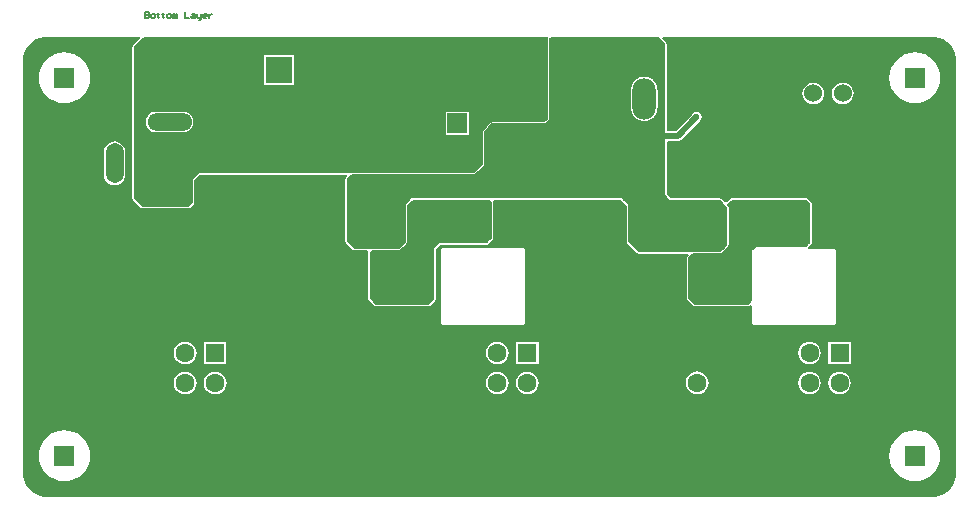
<source format=gbl>
G04*
G04 #@! TF.GenerationSoftware,Altium Limited,Altium Designer,20.0.2 (26)*
G04*
G04 Layer_Physical_Order=2*
G04 Layer_Color=16711680*
%FSLAX24Y24*%
%MOIN*%
G70*
G01*
G75*
%ADD54C,0.0050*%
%ADD55C,0.0200*%
%ADD56R,0.0700X0.0700*%
%ADD57C,0.0630*%
%ADD58R,0.0669X0.0669*%
%ADD59C,0.0669*%
%ADD60C,0.0600*%
%ADD61O,0.1496X0.0591*%
%ADD62O,0.0591X0.1339*%
%ADD63O,0.0787X0.1378*%
%ADD64R,0.0906X0.0906*%
%ADD65C,0.0906*%
%ADD66R,0.0630X0.0630*%
%ADD67C,0.0220*%
G36*
X30739Y15514D02*
X30881Y15455D01*
X31009Y15370D01*
X31118Y15261D01*
X31203Y15133D01*
X31262Y14991D01*
X31292Y14841D01*
X31292Y14764D01*
Y984D01*
X31292Y907D01*
X31262Y757D01*
X31203Y615D01*
X31118Y487D01*
X31009Y378D01*
X30881Y293D01*
X30739Y234D01*
X30589Y204D01*
X907D01*
X757Y234D01*
X615Y293D01*
X487Y378D01*
X378Y487D01*
X293Y615D01*
X234Y757D01*
X204Y907D01*
Y984D01*
Y14764D01*
Y14841D01*
X234Y14991D01*
X293Y15133D01*
X378Y15261D01*
X487Y15370D01*
X615Y15455D01*
X757Y15514D01*
X907Y15544D01*
X4086D01*
X4105Y15498D01*
X3869Y15261D01*
X3850Y15233D01*
X3843Y15200D01*
X3843Y14351D01*
Y14311D01*
Y14031D01*
Y13591D01*
X3843Y12671D01*
Y12631D01*
Y12351D01*
Y11911D01*
X3843Y10991D01*
Y10911D01*
Y10631D01*
Y10169D01*
X3850Y10136D01*
X3869Y10107D01*
X4129Y9847D01*
X4157Y9829D01*
X4190Y9822D01*
X5700Y9822D01*
X5733Y9829D01*
X5761Y9847D01*
X5881Y9967D01*
X5900Y9996D01*
X5907Y10029D01*
Y10391D01*
X5907Y10754D01*
X6096Y10943D01*
X6921Y10943D01*
X10985D01*
X11005Y10897D01*
X10969Y10861D01*
X10950Y10833D01*
X10943Y10800D01*
Y10671D01*
Y10311D01*
X10943Y9751D01*
Y9631D01*
Y9271D01*
X10943Y8730D01*
X10948Y8709D01*
X10950Y8697D01*
X10969Y8669D01*
X11189Y8449D01*
X11217Y8430D01*
X11250Y8423D01*
X11673D01*
X11700Y8373D01*
X11700Y8373D01*
X11693Y8340D01*
Y6830D01*
X11700Y6797D01*
X11719Y6769D01*
X11909Y6579D01*
X11937Y6560D01*
X11970Y6553D01*
X13690Y6553D01*
X13723Y6560D01*
X13751Y6579D01*
X13921Y6749D01*
X13940Y6777D01*
X13947Y6810D01*
X13947Y6951D01*
X13947Y7271D01*
X13947Y7551D01*
X13947Y7831D01*
X13947Y8111D01*
X13947Y8464D01*
X14086Y8603D01*
X15630Y8603D01*
X15663Y8610D01*
X15691Y8629D01*
X15841Y8779D01*
X15860Y8807D01*
X15867Y8840D01*
X15867Y9071D01*
X15867Y9471D01*
X15867Y9871D01*
Y10030D01*
X15862Y10053D01*
X15880Y10088D01*
X15893Y10103D01*
X16350D01*
X20124Y10103D01*
X20313Y9914D01*
Y9671D01*
X20313Y9311D01*
Y9111D01*
X20313Y8730D01*
X20320Y8697D01*
X20339Y8669D01*
X20669Y8339D01*
X20697Y8320D01*
X20730Y8313D01*
X22370Y8313D01*
X22390Y8267D01*
X22344Y8221D01*
X22325Y8193D01*
X22318Y8160D01*
Y6830D01*
X22325Y6797D01*
X22344Y6769D01*
X22534Y6579D01*
X22562Y6560D01*
X22595Y6553D01*
X24350Y6553D01*
X24383Y6560D01*
X24411Y6579D01*
X24434Y6601D01*
X24480Y6582D01*
Y5995D01*
X24550Y5925D01*
X27210D01*
X27280Y5995D01*
Y8425D01*
X27230Y8475D01*
X26376D01*
X26362Y8499D01*
X26358Y8525D01*
X26466Y8634D01*
X26485Y8662D01*
X26492Y8695D01*
X26492Y8831D01*
X26492Y9111D01*
X26492Y9351D01*
X26492Y9591D01*
X26492Y9831D01*
Y9955D01*
X26485Y9988D01*
X26466Y10016D01*
X26351Y10131D01*
X26323Y10150D01*
X26290Y10157D01*
X23830Y10157D01*
X23797Y10150D01*
X23769Y10131D01*
X23660Y10023D01*
X23600Y10023D01*
X23547Y10058D01*
X23544Y10059D01*
X23471Y10131D01*
X23443Y10150D01*
X23410Y10157D01*
X21776Y10157D01*
X21647Y10286D01*
Y10511D01*
X21647Y10791D01*
Y11031D01*
X21647Y11311D01*
Y11551D01*
X21647Y12018D01*
X21678Y12068D01*
X22011D01*
X22074Y12081D01*
X22127Y12116D01*
X22749Y12739D01*
X22763Y12747D01*
X22800Y12804D01*
X22813Y12870D01*
X22800Y12936D01*
X22763Y12993D01*
X22706Y13030D01*
X22640Y13043D01*
X22574Y13030D01*
X22517Y12993D01*
X22480Y12936D01*
X22478Y12929D01*
X21944Y12394D01*
X21678D01*
X21647Y12431D01*
Y12551D01*
X21647Y12880D01*
X21647Y13111D01*
X21647Y13391D01*
X21647Y13711D01*
X21647Y14031D01*
X21647Y14351D01*
X21647Y14671D01*
X21647Y14991D01*
X21647Y15310D01*
X21640Y15343D01*
X21621Y15371D01*
X21495Y15498D01*
X21514Y15544D01*
X30589D01*
X30739Y15514D01*
D02*
G37*
%LPC*%
G36*
X29921Y15025D02*
X29755Y15008D01*
X29595Y14960D01*
X29448Y14881D01*
X29319Y14775D01*
X29213Y14646D01*
X29135Y14499D01*
X29086Y14339D01*
X29070Y14173D01*
X29086Y14007D01*
X29135Y13847D01*
X29213Y13700D01*
X29319Y13571D01*
X29448Y13465D01*
X29595Y13387D01*
X29755Y13338D01*
X29921Y13322D01*
X30087Y13338D01*
X30247Y13387D01*
X30394Y13465D01*
X30523Y13571D01*
X30629Y13700D01*
X30708Y13847D01*
X30756Y14007D01*
X30773Y14173D01*
X30756Y14339D01*
X30708Y14499D01*
X30629Y14646D01*
X30523Y14775D01*
X30394Y14881D01*
X30247Y14960D01*
X30087Y15008D01*
X29921Y15025D01*
D02*
G37*
G36*
X1575D02*
X1409Y15008D01*
X1249Y14960D01*
X1102Y14881D01*
X973Y14775D01*
X867Y14646D01*
X788Y14499D01*
X740Y14339D01*
X723Y14173D01*
X740Y14007D01*
X788Y13847D01*
X867Y13700D01*
X973Y13571D01*
X1102Y13465D01*
X1249Y13387D01*
X1409Y13338D01*
X1575Y13322D01*
X1741Y13338D01*
X1901Y13387D01*
X2048Y13465D01*
X2177Y13571D01*
X2283Y13700D01*
X2361Y13847D01*
X2410Y14007D01*
X2426Y14173D01*
X2410Y14339D01*
X2361Y14499D01*
X2283Y14646D01*
X2177Y14775D01*
X2048Y14881D01*
X1901Y14960D01*
X1741Y15008D01*
X1575Y15025D01*
D02*
G37*
G36*
X27520Y14013D02*
X27426Y14001D01*
X27338Y13964D01*
X27263Y13907D01*
X27206Y13832D01*
X27169Y13744D01*
X27157Y13650D01*
X27169Y13556D01*
X27206Y13468D01*
X27263Y13393D01*
X27338Y13336D01*
X27426Y13299D01*
X27520Y13287D01*
X27614Y13299D01*
X27702Y13336D01*
X27777Y13393D01*
X27834Y13468D01*
X27871Y13556D01*
X27883Y13650D01*
X27871Y13744D01*
X27834Y13832D01*
X27777Y13907D01*
X27702Y13964D01*
X27614Y14001D01*
X27520Y14013D01*
D02*
G37*
G36*
X26536D02*
X26442Y14001D01*
X26354Y13964D01*
X26279Y13907D01*
X26221Y13832D01*
X26185Y13744D01*
X26173Y13650D01*
X26185Y13556D01*
X26221Y13468D01*
X26279Y13393D01*
X26354Y13336D01*
X26442Y13299D01*
X26536Y13287D01*
X26630Y13299D01*
X26717Y13336D01*
X26793Y13393D01*
X26850Y13468D01*
X26886Y13556D01*
X26899Y13650D01*
X26886Y13744D01*
X26850Y13832D01*
X26793Y13907D01*
X26717Y13964D01*
X26630Y14001D01*
X26536Y14013D01*
D02*
G37*
G36*
X3249Y12054D02*
X3157Y12042D01*
X3070Y12006D01*
X2996Y11949D01*
X2939Y11875D01*
X2903Y11789D01*
X2891Y11696D01*
Y10948D01*
X2903Y10855D01*
X2939Y10769D01*
X2996Y10695D01*
X3070Y10638D01*
X3157Y10602D01*
X3249Y10590D01*
X3342Y10602D01*
X3428Y10638D01*
X3503Y10695D01*
X3560Y10769D01*
X3595Y10855D01*
X3608Y10948D01*
Y11696D01*
X3595Y11789D01*
X3560Y11875D01*
X3503Y11949D01*
X3428Y12006D01*
X3342Y12042D01*
X3249Y12054D01*
D02*
G37*
G36*
X16880Y8490D02*
X14170D01*
X14130Y8450D01*
Y6010D01*
X14200Y5940D01*
X16860D01*
X16930Y6010D01*
Y8440D01*
X16880Y8490D01*
D02*
G37*
G36*
X27785Y5375D02*
X27035D01*
Y4625D01*
X27785D01*
Y5375D01*
D02*
G37*
G36*
X17380D02*
X16630D01*
Y4625D01*
X17380D01*
Y5375D01*
D02*
G37*
G36*
X6975D02*
X6225D01*
Y4625D01*
X6975D01*
Y5375D01*
D02*
G37*
G36*
X26410Y5378D02*
X26312Y5365D01*
X26221Y5328D01*
X26143Y5267D01*
X26082Y5189D01*
X26045Y5098D01*
X26032Y5000D01*
X26045Y4902D01*
X26082Y4811D01*
X26143Y4733D01*
X26221Y4672D01*
X26312Y4635D01*
X26410Y4622D01*
X26508Y4635D01*
X26599Y4672D01*
X26677Y4733D01*
X26738Y4811D01*
X26775Y4902D01*
X26788Y5000D01*
X26775Y5098D01*
X26738Y5189D01*
X26677Y5267D01*
X26599Y5328D01*
X26508Y5365D01*
X26410Y5378D01*
D02*
G37*
G36*
X16005D02*
X15907Y5365D01*
X15816Y5328D01*
X15738Y5267D01*
X15677Y5189D01*
X15640Y5098D01*
X15627Y5000D01*
X15640Y4902D01*
X15677Y4811D01*
X15738Y4733D01*
X15816Y4672D01*
X15907Y4635D01*
X16005Y4622D01*
X16103Y4635D01*
X16194Y4672D01*
X16272Y4733D01*
X16333Y4811D01*
X16370Y4902D01*
X16383Y5000D01*
X16370Y5098D01*
X16333Y5189D01*
X16272Y5267D01*
X16194Y5328D01*
X16103Y5365D01*
X16005Y5378D01*
D02*
G37*
G36*
X5600D02*
X5502Y5365D01*
X5411Y5328D01*
X5333Y5267D01*
X5272Y5189D01*
X5235Y5098D01*
X5222Y5000D01*
X5235Y4902D01*
X5272Y4811D01*
X5333Y4733D01*
X5411Y4672D01*
X5502Y4635D01*
X5600Y4622D01*
X5698Y4635D01*
X5789Y4672D01*
X5867Y4733D01*
X5928Y4811D01*
X5965Y4902D01*
X5978Y5000D01*
X5965Y5098D01*
X5928Y5189D01*
X5867Y5267D01*
X5789Y5328D01*
X5698Y5365D01*
X5600Y5378D01*
D02*
G37*
G36*
X22670Y4388D02*
X22572Y4375D01*
X22481Y4338D01*
X22403Y4277D01*
X22342Y4199D01*
X22305Y4108D01*
X22292Y4010D01*
X22305Y3912D01*
X22342Y3821D01*
X22403Y3743D01*
X22481Y3682D01*
X22572Y3645D01*
X22670Y3632D01*
X22768Y3645D01*
X22859Y3682D01*
X22937Y3743D01*
X22998Y3821D01*
X23035Y3912D01*
X23048Y4010D01*
X23035Y4108D01*
X22998Y4199D01*
X22937Y4277D01*
X22859Y4338D01*
X22768Y4375D01*
X22670Y4388D01*
D02*
G37*
G36*
X27410Y4378D02*
X27312Y4365D01*
X27221Y4328D01*
X27143Y4267D01*
X27082Y4189D01*
X27045Y4098D01*
X27032Y4000D01*
X27045Y3902D01*
X27082Y3811D01*
X27143Y3733D01*
X27221Y3672D01*
X27312Y3635D01*
X27410Y3622D01*
X27508Y3635D01*
X27599Y3672D01*
X27677Y3733D01*
X27738Y3811D01*
X27775Y3902D01*
X27788Y4000D01*
X27775Y4098D01*
X27738Y4189D01*
X27677Y4267D01*
X27599Y4328D01*
X27508Y4365D01*
X27410Y4378D01*
D02*
G37*
G36*
X26410D02*
X26312Y4365D01*
X26221Y4328D01*
X26143Y4267D01*
X26082Y4189D01*
X26045Y4098D01*
X26032Y4000D01*
X26045Y3902D01*
X26082Y3811D01*
X26143Y3733D01*
X26221Y3672D01*
X26312Y3635D01*
X26410Y3622D01*
X26508Y3635D01*
X26599Y3672D01*
X26677Y3733D01*
X26738Y3811D01*
X26775Y3902D01*
X26788Y4000D01*
X26775Y4098D01*
X26738Y4189D01*
X26677Y4267D01*
X26599Y4328D01*
X26508Y4365D01*
X26410Y4378D01*
D02*
G37*
G36*
X17005D02*
X16907Y4365D01*
X16816Y4328D01*
X16738Y4267D01*
X16677Y4189D01*
X16640Y4098D01*
X16627Y4000D01*
X16640Y3902D01*
X16677Y3811D01*
X16738Y3733D01*
X16816Y3672D01*
X16907Y3635D01*
X17005Y3622D01*
X17103Y3635D01*
X17194Y3672D01*
X17272Y3733D01*
X17333Y3811D01*
X17370Y3902D01*
X17383Y4000D01*
X17370Y4098D01*
X17333Y4189D01*
X17272Y4267D01*
X17194Y4328D01*
X17103Y4365D01*
X17005Y4378D01*
D02*
G37*
G36*
X16005D02*
X15907Y4365D01*
X15816Y4328D01*
X15738Y4267D01*
X15677Y4189D01*
X15640Y4098D01*
X15627Y4000D01*
X15640Y3902D01*
X15677Y3811D01*
X15738Y3733D01*
X15816Y3672D01*
X15907Y3635D01*
X16005Y3622D01*
X16103Y3635D01*
X16194Y3672D01*
X16272Y3733D01*
X16333Y3811D01*
X16370Y3902D01*
X16383Y4000D01*
X16370Y4098D01*
X16333Y4189D01*
X16272Y4267D01*
X16194Y4328D01*
X16103Y4365D01*
X16005Y4378D01*
D02*
G37*
G36*
X6600D02*
X6502Y4365D01*
X6411Y4328D01*
X6333Y4267D01*
X6272Y4189D01*
X6235Y4098D01*
X6222Y4000D01*
X6235Y3902D01*
X6272Y3811D01*
X6333Y3733D01*
X6411Y3672D01*
X6502Y3635D01*
X6600Y3622D01*
X6698Y3635D01*
X6789Y3672D01*
X6867Y3733D01*
X6928Y3811D01*
X6965Y3902D01*
X6978Y4000D01*
X6965Y4098D01*
X6928Y4189D01*
X6867Y4267D01*
X6789Y4328D01*
X6698Y4365D01*
X6600Y4378D01*
D02*
G37*
G36*
X5600D02*
X5502Y4365D01*
X5411Y4328D01*
X5333Y4267D01*
X5272Y4189D01*
X5235Y4098D01*
X5222Y4000D01*
X5235Y3902D01*
X5272Y3811D01*
X5333Y3733D01*
X5411Y3672D01*
X5502Y3635D01*
X5600Y3622D01*
X5698Y3635D01*
X5789Y3672D01*
X5867Y3733D01*
X5928Y3811D01*
X5965Y3902D01*
X5978Y4000D01*
X5965Y4098D01*
X5928Y4189D01*
X5867Y4267D01*
X5789Y4328D01*
X5698Y4365D01*
X5600Y4378D01*
D02*
G37*
G36*
X29921Y2426D02*
X29755Y2410D01*
X29595Y2361D01*
X29448Y2283D01*
X29319Y2177D01*
X29213Y2048D01*
X29135Y1901D01*
X29086Y1741D01*
X29070Y1575D01*
X29086Y1409D01*
X29135Y1249D01*
X29213Y1102D01*
X29319Y973D01*
X29448Y867D01*
X29595Y788D01*
X29755Y740D01*
X29921Y723D01*
X30087Y740D01*
X30247Y788D01*
X30394Y867D01*
X30523Y973D01*
X30629Y1102D01*
X30708Y1249D01*
X30756Y1409D01*
X30773Y1575D01*
X30756Y1741D01*
X30708Y1901D01*
X30629Y2048D01*
X30523Y2177D01*
X30394Y2283D01*
X30247Y2361D01*
X30087Y2410D01*
X29921Y2426D01*
D02*
G37*
G36*
X1575Y2426D02*
X1409Y2410D01*
X1249Y2361D01*
X1102Y2283D01*
X973Y2177D01*
X867Y2048D01*
X788Y1901D01*
X740Y1741D01*
X723Y1575D01*
X740Y1409D01*
X788Y1249D01*
X867Y1102D01*
X973Y973D01*
X1102Y867D01*
X1249Y788D01*
X1409Y740D01*
X1575Y723D01*
X1741Y740D01*
X1901Y788D01*
X2048Y867D01*
X2177Y973D01*
X2283Y1102D01*
X2361Y1249D01*
X2410Y1409D01*
X2426Y1575D01*
X2410Y1741D01*
X2361Y1901D01*
X2283Y2048D01*
X2177Y2177D01*
X2048Y2283D01*
X1901Y2361D01*
X1741Y2410D01*
X1575Y2426D01*
D02*
G37*
%LPD*%
D54*
X17661Y15508D02*
G03*
X17650Y15460I99J-48D01*
G01*
X17661Y15508D02*
G03*
X17650Y15460I99J-48D01*
G01*
X15840Y12730D02*
G03*
X15762Y12698I0J-110D01*
G01*
X15840Y12730D02*
G03*
X15762Y12698I0J-110D01*
G01*
X15512Y12448D02*
G03*
X15480Y12370I78J-78D01*
G01*
X15512Y12448D02*
G03*
X15480Y12370I78J-78D01*
G01*
X5913Y12700D02*
G03*
X5533Y13080I-380J0D01*
G01*
Y12320D02*
G03*
X5913Y12700I0J380D01*
G01*
X4627Y13080D02*
G03*
X4627Y12320I0J-380D01*
G01*
X23750Y9840D02*
G03*
X23718Y9918I-110J0D01*
G01*
X23750Y9840D02*
G03*
X23718Y9918I-110J0D01*
G01*
X23718Y8522D02*
G03*
X23750Y8600I-78J78D01*
G01*
X23718Y8522D02*
G03*
X23750Y8600I-78J78D01*
G01*
X23440Y8290D02*
G03*
X23518Y8322I0J110D01*
G01*
X23440Y8290D02*
G03*
X23518Y8322I0J110D01*
G01*
X12988Y8612D02*
G03*
X13020Y8690I-78J78D01*
G01*
X12988Y8612D02*
G03*
X13020Y8690I-78J78D01*
G01*
X12730Y8400D02*
G03*
X12808Y8432I0J110D01*
G01*
X12730Y8400D02*
G03*
X12808Y8432I0J110D01*
G01*
X21379Y13765D02*
G03*
X20421Y13765I-479J0D01*
G01*
Y13175D02*
G03*
X21379Y13175I479J0D01*
G01*
X9268Y14831D02*
X17650D01*
X9268Y14711D02*
X17650D01*
X9268Y14591D02*
X17650D01*
X9268Y14431D02*
X17650D01*
X9268Y14671D02*
X17650D01*
X9268Y14631D02*
X17650D01*
X4241Y15511D02*
X17663D01*
X4238Y15508D02*
X17661D01*
X4201Y15471D02*
X17651D01*
X9268Y14551D02*
X17650D01*
X9268Y14391D02*
X17650D01*
X9268Y14351D02*
X17650D01*
X9268Y14511D02*
X17650D01*
X9268Y14471D02*
X17650D01*
X9268Y13951D02*
X17650D01*
X9268Y13911D02*
X17650D01*
X9268Y14031D02*
X17650D01*
X9268Y13991D02*
X17650D01*
X15090Y12991D02*
X17650D01*
X15090Y12951D02*
X17650D01*
X15090Y13071D02*
X17650D01*
X15090Y13031D02*
X17650D01*
X9268Y14231D02*
X17650D01*
X9268Y14191D02*
X17650D01*
X9268Y14311D02*
X17650D01*
X9268Y14271D02*
X17650D01*
X9268Y14111D02*
X17650D01*
X9268Y14071D02*
X17650D01*
X9268Y14151D02*
X17650D01*
X4081Y15351D02*
X17650D01*
X4041Y15311D02*
X17650D01*
X4161Y15431D02*
X17650D01*
X4121Y15391D02*
X17650D01*
X8192Y14978D02*
X9268D01*
Y14951D02*
X17650D01*
X8192Y13902D02*
Y14978D01*
X9268Y13902D02*
Y14978D01*
X3930Y15191D02*
X17650D01*
X3930Y15151D02*
X17650D01*
X4001Y15271D02*
X17650D01*
X3961Y15231D02*
X17650D01*
X3930Y15071D02*
X17650D01*
X3930Y15031D02*
X17650D01*
X3930Y15111D02*
X17650D01*
X9268Y14791D02*
X17650D01*
X9268Y14751D02*
X17650D01*
X9268Y14911D02*
X17650D01*
X9268Y14871D02*
X17650D01*
X14250Y13080D02*
X15090D01*
X5849Y12911D02*
X14250D01*
X8192Y13902D02*
X9268D01*
X5818Y12951D02*
X14250D01*
X3930Y14951D02*
X8192D01*
X3930Y14911D02*
X8192D01*
X3930Y14871D02*
X8192D01*
X4627Y13080D02*
X5533D01*
X5720Y13031D02*
X14250D01*
X5777Y12991D02*
X14250D01*
X5615Y13071D02*
X14250D01*
X17650Y15460D02*
X17650Y12806D01*
X15090Y12911D02*
X17650D01*
X17574Y12730D02*
X17650Y12806D01*
X15840Y12730D02*
X17574Y12730D01*
X15090Y12240D02*
Y13080D01*
X15512Y12448D02*
X15762Y12698D01*
X15090Y12871D02*
X17650D01*
X15090Y12831D02*
X17650D01*
X5902Y12791D02*
X14250D01*
X15090D02*
X17636D01*
X15090Y12751D02*
X17596D01*
X15090Y12711D02*
X15779D01*
X15090Y12671D02*
X15736D01*
X15090Y12631D02*
X15696D01*
X15090Y12591D02*
X15656D01*
X15090Y12551D02*
X15616D01*
X15090Y12511D02*
X15576D01*
X15090Y12471D02*
X15536D01*
X15480Y11286D02*
X15480Y12370D01*
X15224Y11030D02*
X15480Y11286D01*
X15090Y12431D02*
X15499D01*
X15090Y12391D02*
X15482D01*
X15090Y12351D02*
X15480D01*
X15090Y12311D02*
X15480D01*
X15090Y12271D02*
X15480D01*
X6921Y11030D02*
X15224D01*
X14250Y12240D02*
X15090D01*
X5913Y12711D02*
X14250D01*
X5912Y12671D02*
X14250D01*
X5890Y12831D02*
X14250D01*
X5910Y12751D02*
X14250D01*
Y12240D02*
Y13080D01*
X5883Y12551D02*
X14250D01*
X5907Y12631D02*
X14250D01*
X5897Y12591D02*
X14250D01*
X5872Y12871D02*
X14250D01*
X5863Y12511D02*
X14250D01*
X5837Y12471D02*
X14250D01*
X5802Y12431D02*
X14250D01*
X5755Y12391D02*
X14250D01*
X5684Y12351D02*
X14250D01*
X4627Y12320D02*
X5533D01*
X6060Y11030D02*
X6921Y11030D01*
X5820Y10790D02*
X6060Y11030D01*
X5820Y10790D02*
X5820Y10029D01*
X5700Y9909D02*
X5820Y10029D01*
X4190Y9909D02*
X5700Y9909D01*
X4027Y10071D02*
X5820D01*
X4067Y10031D02*
X5820D01*
X3947Y10151D02*
X5820D01*
X3987Y10111D02*
X5820D01*
X4107Y9991D02*
X5783D01*
X4147Y9951D02*
X5743D01*
X4187Y9911D02*
X5703D01*
X3930Y14991D02*
X17650D01*
X3930Y14711D02*
X8192D01*
X3930Y14431D02*
X8192D01*
X3930Y14391D02*
X8192D01*
X3930Y14271D02*
X8192D01*
X3930Y14231D02*
X8192D01*
X3930Y14351D02*
X8192D01*
X3930Y14311D02*
X8192D01*
X3930Y14111D02*
X8192D01*
X3930Y13871D02*
X17650D01*
X3930Y14191D02*
X8192D01*
X3930Y14151D02*
X8192D01*
X3930Y13751D02*
X17650D01*
X3930Y13711D02*
X17650D01*
X3930Y13831D02*
X17650D01*
X3930Y13791D02*
X17650D01*
X3930Y13311D02*
X17650D01*
X3930Y13271D02*
X17650D01*
X3930Y13391D02*
X17650D01*
X3930Y13351D02*
X17650D01*
X3930Y13151D02*
X17650D01*
X3930Y13111D02*
X17650D01*
X3930Y13231D02*
X17650D01*
X3930Y13191D02*
X17650D01*
X3930Y13591D02*
X17650D01*
X3930Y13551D02*
X17650D01*
X3930Y13671D02*
X17650D01*
X3930Y13631D02*
X17650D01*
X3930Y13471D02*
X17650D01*
X3930Y13431D02*
X17650D01*
X3930Y13511D02*
X17650D01*
X3930Y14791D02*
X8192D01*
X3930Y14751D02*
X8192D01*
X3930Y15200D02*
X4238Y15508D01*
X3930Y14831D02*
X8192D01*
X3930Y14591D02*
X8192D01*
X3930Y14551D02*
X8192D01*
X3930Y14671D02*
X8192D01*
X3930Y14631D02*
X8192D01*
X3930Y14071D02*
X8192D01*
X3930Y14031D02*
X8192D01*
X3930Y14511D02*
X8192D01*
X3930Y14471D02*
X8192D01*
X3930Y13951D02*
X8192D01*
X3930Y13911D02*
X8192D01*
X3930Y13991D02*
X8192D01*
X3930Y13071D02*
X4545D01*
X3930Y13031D02*
X4441D01*
X3930Y12991D02*
X4383D01*
X3930Y12951D02*
X4342D01*
X3930Y12911D02*
X4311D01*
X3930Y12871D02*
X4288D01*
X3930Y12831D02*
X4270D01*
X3930Y12791D02*
X4258D01*
X3930Y12751D02*
X4250D01*
X3930Y12631D02*
X4253D01*
X3930Y12711D02*
X4247D01*
X3930Y12671D02*
X4248D01*
X3930Y12551D02*
X4277D01*
X3930Y12511D02*
X4297D01*
X3930Y12591D02*
X4263D01*
X3930Y11951D02*
X15480D01*
X3930Y11911D02*
X15480D01*
X3930Y11871D02*
X15480D01*
X3930Y11831D02*
X15480D01*
X3930Y11791D02*
X15480D01*
X3930Y11751D02*
X15480D01*
X3930Y11711D02*
X15480D01*
X3930Y11671D02*
X15480D01*
X3930Y12151D02*
X15480D01*
X3930Y12111D02*
X15480D01*
X3930Y12231D02*
X15480D01*
X3930Y12191D02*
X15480D01*
X3930Y12031D02*
X15480D01*
X3930Y11991D02*
X15480D01*
X3930Y12071D02*
X15480D01*
X3930Y11351D02*
X15480D01*
X3930Y11311D02*
X15480D01*
X3930Y11271D02*
X15466D01*
X3930Y11231D02*
X15426D01*
X3930Y11191D02*
X15386D01*
X3930Y11151D02*
X15346D01*
X3930Y11111D02*
X15306D01*
X3930Y11071D02*
X15266D01*
X3930Y11631D02*
X15480D01*
X3930Y11591D02*
X15480D01*
X3930Y11551D02*
X15480D01*
X3930Y11511D02*
X15480D01*
X3930Y11431D02*
X15480D01*
X3930Y11391D02*
X15480D01*
X3930Y11471D02*
X15480D01*
X3930Y12391D02*
X4405D01*
X3930Y12351D02*
X4476D01*
X3930Y12471D02*
X4323D01*
X3930Y12431D02*
X4358D01*
X3930Y12311D02*
X14250D01*
X3930Y11031D02*
X15226D01*
X3930Y12271D02*
X14250D01*
X3930Y10791D02*
X5821D01*
X3930Y10991D02*
X6021D01*
X3930Y10951D02*
X5981D01*
X3930Y10911D02*
X5941D01*
X3930Y10871D02*
X5901D01*
X3930Y10831D02*
X5861D01*
X3930Y10751D02*
X5820D01*
X3930Y10169D02*
X3930Y15200D01*
X3930Y10351D02*
X5820D01*
X3930Y10311D02*
X5820D01*
X3930Y10431D02*
X5820D01*
X3930Y10391D02*
X5820D01*
X3930Y10271D02*
X5820D01*
X3930Y10231D02*
X5820D01*
X3930Y10191D02*
X5820D01*
X3930Y10169D02*
X4190Y9909D01*
X3930Y10631D02*
X5820D01*
X3930Y10591D02*
X5820D01*
X3930Y10711D02*
X5820D01*
X3930Y10671D02*
X5820D01*
X3930Y10511D02*
X5820D01*
X3930Y10471D02*
X5820D01*
X3930Y10551D02*
X5820D01*
X23750Y9831D02*
X26405D01*
X26290Y10070D02*
X26405Y9955D01*
X23750Y9751D02*
X26405D01*
X23750Y9791D02*
X26405D01*
X23724Y9911D02*
X26405D01*
X23711Y9951D02*
X26405D01*
X23745Y9871D02*
X26405D01*
X23750Y9591D02*
X26405D01*
X23750Y9431D02*
X26405D01*
X23750Y9351D02*
X26405D01*
X23750Y9391D02*
X26405D01*
X23750Y9671D02*
X26405D01*
X23750Y9711D02*
X26405D01*
X23750Y9631D02*
X26405D01*
X23791Y10031D02*
X26329D01*
X23830Y10070D02*
X26290Y10070D01*
X23750Y9551D02*
X26405D01*
X23751Y9991D02*
X26369D01*
X23698Y9938D02*
X23830Y10070D01*
X23750Y9231D02*
X26405D01*
X23750Y9271D02*
X26405D01*
X23750Y9191D02*
X26405D01*
X23750Y9471D02*
X26405D01*
X23750Y9511D02*
X26405D01*
X23750Y9311D02*
X26405D01*
X23750Y9111D02*
X26405D01*
X23750Y9151D02*
X26405D01*
X26405Y8695D02*
X26405Y9955D01*
X23750Y9071D02*
X26405D01*
X23750Y8991D02*
X26405D01*
X23750Y9031D02*
X26405D01*
X23750Y8951D02*
X26405D01*
X23750Y8751D02*
X26405D01*
X23750Y8791D02*
X26405D01*
X26290Y8580D02*
X26405Y8695D01*
X23750Y8711D02*
X26405D01*
X23750Y8871D02*
X26405D01*
X23750Y8911D02*
X26405D01*
X23750Y8831D02*
X26405D01*
X23750Y8671D02*
X26381D01*
X23750Y8631D02*
X26341D01*
X24620Y8580D02*
X26290Y8580D01*
X23750Y8600D02*
Y9840D01*
X23750Y8591D02*
X26301D01*
X24470Y8430D02*
X24620Y8580D01*
X24470Y8430D02*
X24470Y6760D01*
X24350Y6640D02*
X24470Y6760D01*
X23739Y8551D02*
X24591D01*
X23707Y8511D02*
X24551D01*
X23667Y8471D02*
X24511D01*
X23627Y8431D02*
X24471D01*
X22405Y8151D02*
X24470D01*
X22405Y7991D02*
X24470D01*
X22405Y8111D02*
X24470D01*
X22405Y7911D02*
X24470D01*
X22405Y7951D02*
X24470D01*
X22405Y7871D02*
X24470D01*
X22405Y7671D02*
X24470D01*
X22405Y7711D02*
X24470D01*
X22405Y7591D02*
X24470D01*
X22405Y7631D02*
X24470D01*
X22405Y7791D02*
X24470D01*
X22405Y7831D02*
X24470D01*
X22405Y7751D02*
X24470D01*
X23547Y8351D02*
X24470D01*
X23587Y8391D02*
X24470D01*
X23505Y8311D02*
X24470D01*
X23518Y8322D02*
X23718Y8522D01*
X22535Y8290D02*
X23440Y8290D01*
X22476Y8231D02*
X24470D01*
X22516Y8271D02*
X24470D01*
X22436Y8191D02*
X24470D01*
X22405Y8071D02*
X24470D01*
X22405Y8160D02*
X22535Y8290D01*
X22405Y8031D02*
X24470D01*
X22405Y7111D02*
X24470D01*
X22405Y7151D02*
X24470D01*
X22405Y7031D02*
X24470D01*
X22405Y7071D02*
X24470D01*
X22405Y7231D02*
X24470D01*
X22405Y7311D02*
X24470D01*
X22405Y7191D02*
X24470D01*
X22405Y6831D02*
X24470D01*
X22405Y6871D02*
X24470D01*
X22444Y6791D02*
X24470D01*
X22405Y6951D02*
X24470D01*
X22405Y6991D02*
X24470D01*
X22405Y6911D02*
X24470D01*
X22405Y7431D02*
X24470D01*
X22405Y7471D02*
X24470D01*
X22405Y7351D02*
X24470D01*
X22405Y7391D02*
X24470D01*
X22405Y7511D02*
X24470D01*
X22405Y7551D02*
X24470D01*
X22405Y6830D02*
Y8160D01*
X22524Y6711D02*
X24421D01*
X22564Y6671D02*
X24381D01*
X22595Y6640D02*
X24350Y6640D01*
X22405Y7271D02*
X24470D01*
X22484Y6751D02*
X24461D01*
X22405Y6830D02*
X22595Y6640D01*
X13097Y9991D02*
X15780D01*
X15730Y10080D02*
X15780Y10030D01*
X13020Y9911D02*
X15780D01*
X13057Y9951D02*
X15780D01*
X13020Y9871D02*
X15780D01*
X13020Y9831D02*
X15780D01*
X13020Y9791D02*
X15780D01*
X13020Y9711D02*
X15780D01*
X13020Y9751D02*
X15780D01*
X13020Y9631D02*
X15780D01*
X13020Y9671D02*
X15780D01*
X13020Y9511D02*
X15780D01*
X13020Y9591D02*
X15780D01*
X13020Y9471D02*
X15780D01*
X13177Y10071D02*
X15739D01*
X13186Y10080D02*
X15730D01*
X13137Y10031D02*
X15779D01*
X13020Y9914D02*
X13186Y10080D01*
X13020Y9551D02*
X15780D01*
X13020Y9431D02*
X15780D01*
X13020Y9391D02*
X15780D01*
X13020Y9191D02*
X15780D01*
X13020Y9231D02*
X15780D01*
X13020Y9151D02*
X15780D01*
X13020Y9311D02*
X15780D01*
X13020Y9351D02*
X15780D01*
X13020Y9271D02*
X15780D01*
X13020Y9071D02*
X15780D01*
X13020Y9111D02*
X15780D01*
X15780Y8840D02*
X15780Y10030D01*
X13020Y9031D02*
X15780D01*
X13020Y8951D02*
X15780D01*
X13020Y8991D02*
X15780D01*
X13020Y8911D02*
X15780D01*
X13020Y8871D02*
X15780D01*
X13020Y8831D02*
X15771D01*
X15630Y8690D02*
X15780Y8840D01*
X13020Y8791D02*
X15731D01*
X13020Y8751D02*
X15691D01*
X13020Y8711D02*
X15651D01*
X14050Y8690D02*
X15630Y8690D01*
X13020D02*
X13020Y9914D01*
X13860Y8500D02*
X14050Y8690D01*
X13018Y8671D02*
X14031D01*
X13003Y8631D02*
X13991D01*
X12967Y8591D02*
X13951D01*
X13860Y6810D02*
X13860Y8500D01*
X13690Y6640D02*
X13860Y6810D01*
X12927Y8551D02*
X13911D01*
X12887Y8511D02*
X13871D01*
X12847Y8471D02*
X13860D01*
X11831Y8391D02*
X13860D01*
X12807Y8431D02*
X13860D01*
X11780Y8311D02*
X13860D01*
X11791Y8351D02*
X13860D01*
X11780Y8231D02*
X13860D01*
X11780Y8271D02*
X13860D01*
X11780Y8191D02*
X13860D01*
X11780Y7911D02*
X13860D01*
X11780Y7951D02*
X13860D01*
X11780Y7831D02*
X13860D01*
X11780Y7871D02*
X13860D01*
X11780Y8111D02*
X13860D01*
X11780Y8151D02*
X13860D01*
X11780Y8071D02*
X13860D01*
X12808Y8432D02*
X12988Y8612D01*
X11840Y8400D02*
X12730D01*
X11780Y8031D02*
X13860D01*
X11780Y8340D02*
X11840Y8400D01*
X11780Y7991D02*
X13860D01*
X11780Y7631D02*
X13860D01*
X11780Y7671D02*
X13860D01*
X11780Y7591D02*
X13860D01*
X11780Y7751D02*
X13860D01*
X11780Y7791D02*
X13860D01*
X11780Y7711D02*
X13860D01*
X11780Y7391D02*
X13860D01*
X11780Y7431D02*
X13860D01*
X11780Y7311D02*
X13860D01*
X11780Y7351D02*
X13860D01*
X11780Y7551D02*
X13860D01*
X11780Y7511D02*
X13860D01*
X11780Y7471D02*
X13860D01*
X11780Y7111D02*
X13860D01*
X11780Y7151D02*
X13860D01*
X11780Y7071D02*
X13860D01*
X11780Y7271D02*
X13860D01*
X11780Y7231D02*
X13860D01*
X11780Y7191D02*
X13860D01*
X11780Y6951D02*
X13860D01*
X11780Y6911D02*
X13860D01*
X11780Y6831D02*
X13860D01*
X11780Y6871D02*
X13860D01*
X11780Y6991D02*
X13860D01*
X11780Y7031D02*
X13860D01*
X11780Y6830D02*
Y8340D01*
X11899Y6711D02*
X13761D01*
X11939Y6671D02*
X13721D01*
X11970Y6640D02*
X13690Y6640D01*
X11819Y6791D02*
X13841D01*
X11859Y6751D02*
X13801D01*
X11780Y6830D02*
X11970Y6640D01*
X21298Y14031D02*
X21560D01*
X21268Y14071D02*
X21560D01*
X21322Y13991D02*
X21560D01*
X21183Y14151D02*
X21560D01*
X21231Y14111D02*
X21560D01*
X21374Y13831D02*
X21560D01*
X21367Y13871D02*
X21560D01*
X21378Y13791D02*
X21560D01*
X21341Y13951D02*
X21560D01*
X21356Y13911D02*
X21560D01*
X17760Y14391D02*
X21560D01*
X17760Y14551D02*
X21560D01*
X17760Y14351D02*
X21560D01*
X17760Y14671D02*
X21560D01*
X17760Y14631D02*
X21560D01*
X21010Y14231D02*
X21560D01*
X21118Y14191D02*
X21560D01*
X17760Y14311D02*
X21560D01*
X17760Y14271D02*
X21560D01*
X21379Y13631D02*
X21560D01*
X21379Y13671D02*
X21560D01*
X21379Y13591D02*
X21560D01*
X21379Y13751D02*
X21560D01*
X21379Y13711D02*
X21560D01*
X21379Y13471D02*
X21560D01*
X21379Y13431D02*
X21560D01*
X21379Y13551D02*
X21560D01*
X21379Y13511D02*
X21560D01*
X21379Y13271D02*
X21560D01*
X21379Y13311D02*
X21560D01*
X21379Y13231D02*
X21560D01*
X21379Y13391D02*
X21560D01*
X21379Y13351D02*
X21560D01*
X21374Y13111D02*
X21560D01*
X21367Y13071D02*
X21560D01*
X21379Y13191D02*
X21560D01*
X21378Y13151D02*
X21560D01*
X21362Y15508D02*
X21560Y15310D01*
X17808Y15508D02*
X21362D01*
X17771Y15471D02*
X21399D01*
X17811Y15511D02*
X21359D01*
X17760Y14071D02*
X20532D01*
X17760Y13911D02*
X20444D01*
X17760Y13791D02*
X20422D01*
X20421Y13175D02*
Y13765D01*
X17760Y14191D02*
X20682D01*
X17760Y14231D02*
X20790D01*
X17760Y14151D02*
X20617D01*
X17760Y14111D02*
X20569D01*
X17760Y14031D02*
X20502D01*
X17760Y13991D02*
X20478D01*
X17760Y13951D02*
X20459D01*
X17760Y13871D02*
X20433D01*
X17760Y13831D02*
X20426D01*
X17760Y13271D02*
X20421D01*
X17760Y13391D02*
X20421D01*
X17760Y13231D02*
X20421D01*
X17760Y13471D02*
X20421D01*
X17760Y13431D02*
X20421D01*
X21379Y13175D02*
Y13765D01*
X17760Y13111D02*
X20426D01*
X17760Y13191D02*
X20421D01*
X17760Y13151D02*
X20422D01*
X17760Y13631D02*
X20421D01*
X17760Y13671D02*
X20421D01*
X17760Y13591D02*
X20421D01*
X17760Y13751D02*
X20421D01*
X17760Y13711D02*
X20421D01*
X17760Y13351D02*
X20421D01*
X17760Y13311D02*
X20421D01*
X17760Y13551D02*
X20421D01*
X17760Y13511D02*
X20421D01*
X20400Y9551D02*
X23640D01*
X20400Y9591D02*
X23640D01*
X20400Y9511D02*
X23640D01*
X23410Y10070D02*
X23640Y9840D01*
X20400Y9631D02*
X23640D01*
Y8600D02*
Y9840D01*
X20400Y9271D02*
X23640D01*
X20400Y9231D02*
X23640D01*
X20400Y9471D02*
X23640D01*
X20400Y9311D02*
X23640D01*
X20400Y9751D02*
X23640D01*
X20400Y9791D02*
X23640D01*
X20400Y9711D02*
X23640D01*
X20400Y9871D02*
X23609D01*
X20400Y9831D02*
X23640D01*
X20400Y9391D02*
X23640D01*
X20400Y9351D02*
X23640D01*
X20400Y9671D02*
X23640D01*
X20400Y9431D02*
X23640D01*
X20419Y8711D02*
X23640D01*
X20400Y8911D02*
X23640D01*
X20459Y8671D02*
X23640D01*
X20400Y9031D02*
X23640D01*
X20400Y8951D02*
X23640D01*
X20499Y8631D02*
X23640D01*
X23440Y8400D02*
X23640Y8600D01*
X20539Y8591D02*
X23631D01*
X20579Y8551D02*
X23591D01*
X20400Y9071D02*
X23640D01*
X20400Y9111D02*
X23640D01*
X20400Y8991D02*
X23640D01*
X20400Y9191D02*
X23640D01*
X20400Y9151D02*
X23640D01*
X20400Y8791D02*
X23640D01*
X20400Y8751D02*
X23640D01*
X20400Y8871D02*
X23640D01*
X20400Y8831D02*
X23640D01*
X21560Y15310D02*
X21560Y12880D01*
X21323Y12951D02*
X21560D01*
X21300Y12911D02*
X21560D01*
X21357Y13031D02*
X21560D01*
X21342Y12991D02*
X21560D01*
X21560Y12880D02*
X21560Y10250D01*
X21187Y12791D02*
X21560D01*
X21270Y12871D02*
X21560D01*
X21233Y12831D02*
X21560D01*
X17760Y12951D02*
X20477D01*
X17760Y12991D02*
X20458D01*
X17760Y12911D02*
X20500D01*
X17760Y13071D02*
X20433D01*
X17760Y13031D02*
X20443D01*
X17760Y12791D02*
X20613D01*
X17760Y12871D02*
X20530D01*
X17760Y12831D02*
X20567D01*
X21740Y10070D02*
X23410Y10070D01*
X21560Y10250D02*
X21740Y10070D01*
X20619Y8511D02*
X23551D01*
X21123Y12751D02*
X21560D01*
X21020Y12711D02*
X21560D01*
X20659Y8471D02*
X23511D01*
X20699Y8431D02*
X23471D01*
X20400Y8730D02*
X20730Y8400D01*
X23440Y8400D01*
X20319Y10031D02*
X23449D01*
X20279Y10071D02*
X21739D01*
X20359Y9991D02*
X23489D01*
X20199Y10151D02*
X21659D01*
X20239Y10111D02*
X21699D01*
X20399Y9951D02*
X23529D01*
X20400Y9911D02*
X23569D01*
X20160Y10190D02*
X20400Y9950D01*
X20400Y8730D01*
X15731Y12511D02*
X21560D01*
X15691Y12471D02*
X21560D01*
X15651Y12431D02*
X21560D01*
X15811Y12591D02*
X21560D01*
X15771Y12551D02*
X21560D01*
X15590Y12151D02*
X21560D01*
X15590Y12191D02*
X21560D01*
X15590Y12111D02*
X21560D01*
X15611Y12391D02*
X21560D01*
X15590Y12351D02*
X21560D01*
X15590Y11951D02*
X21560D01*
X15590Y11991D02*
X21560D01*
X15590Y11911D02*
X21560D01*
X15590Y12071D02*
X21560D01*
X15590Y12031D02*
X21560D01*
X15590Y11791D02*
X21560D01*
X15590Y11751D02*
X21560D01*
X15590Y11871D02*
X21560D01*
X15590Y11831D02*
X21560D01*
X15590Y11591D02*
X21560D01*
X15590Y11631D02*
X21560D01*
X15590Y11551D02*
X21560D01*
X15590Y11711D02*
X21560D01*
X15590Y11671D02*
X21560D01*
X15590Y11431D02*
X21560D01*
X15590Y11391D02*
X21560D01*
X15590Y11511D02*
X21560D01*
X15590Y11471D02*
X21560D01*
X15590Y11271D02*
X21560D01*
X15581Y11231D02*
X21560D01*
X15541Y11191D02*
X21560D01*
X15590Y11351D02*
X21560D01*
X15590Y11311D02*
X21560D01*
X15421Y11071D02*
X21560D01*
X15381Y11031D02*
X21560D01*
X15501Y11151D02*
X21560D01*
X15461Y11111D02*
X21560D01*
X17760Y15031D02*
X21560D01*
X17760Y15071D02*
X21560D01*
X17760Y14991D02*
X21560D01*
X17760Y15151D02*
X21560D01*
X17760Y15111D02*
X21560D01*
X17760Y14871D02*
X21560D01*
X17760Y14831D02*
X21560D01*
X17760Y14951D02*
X21560D01*
X17760Y14911D02*
X21560D01*
X17760Y15351D02*
X21519D01*
X17760Y15391D02*
X21479D01*
X17760Y15311D02*
X21559D01*
X17760Y15460D02*
X17808Y15508D01*
X17760Y15431D02*
X21439D01*
X17760Y15271D02*
X21560D01*
X17760Y15191D02*
X21560D01*
X17760Y15460D02*
X17760Y12760D01*
X17760Y15231D02*
X21560D01*
X17760Y14591D02*
X21560D01*
X17760Y14711D02*
X21560D01*
X17760Y14511D02*
X21560D01*
X17760Y14791D02*
X21560D01*
X17760Y14751D02*
X21560D01*
X17760Y14471D02*
X21560D01*
X17760Y14431D02*
X21560D01*
X17751Y12751D02*
X20677D01*
X17711Y12711D02*
X20780D01*
X17671Y12671D02*
X21560D01*
X17620Y12620D02*
X17760Y12760D01*
X17631Y12631D02*
X21560D01*
X15590Y12370D02*
X15840Y12620D01*
X17620Y12620D01*
X15590Y12311D02*
X21560D01*
X15590Y12271D02*
X21560D01*
X15590Y11240D02*
X15590Y12370D01*
X15590Y12231D02*
X21560D01*
X15341Y10991D02*
X21560D01*
X15301Y10951D02*
X21560D01*
X11141Y10911D02*
X21560D01*
X15270Y10920D02*
X15590Y11240D01*
X11150Y10920D02*
X15270Y10920D01*
X11030Y10751D02*
X21560D01*
X11030Y10791D02*
X21560D01*
X11030Y10711D02*
X21560D01*
X11101Y10871D02*
X21560D01*
X11061Y10831D02*
X21560D01*
X11030Y10551D02*
X21560D01*
X11030Y10591D02*
X21560D01*
X11030Y10511D02*
X21560D01*
X11030Y10671D02*
X21560D01*
X11030Y10631D02*
X21560D01*
X11030Y10391D02*
X21560D01*
X11030Y10351D02*
X21560D01*
X11030Y10471D02*
X21560D01*
X11030Y10431D02*
X21560D01*
X11030Y10231D02*
X21579D01*
X11030Y10271D02*
X21560D01*
X11030Y10191D02*
X21619D01*
X13140Y10190D02*
X16350D01*
X20160Y10190D01*
X12910Y9960D02*
X13140Y10190D01*
X11030Y10151D02*
X13101D01*
X11030Y10111D02*
X13061D01*
X11030Y10071D02*
X13021D01*
X11030Y10031D02*
X12981D01*
X11030Y10311D02*
X21560D01*
X11030Y9991D02*
X12941D01*
X11030Y9951D02*
X12910D01*
X11030Y9911D02*
X12910D01*
X11030Y9791D02*
X12910D01*
X11030Y9671D02*
X12910D01*
X11030Y9871D02*
X12910D01*
X11030Y9831D02*
X12910D01*
X11030Y9711D02*
X12910D01*
X11030Y9751D02*
X12910D01*
X11030Y9631D02*
X12910D01*
X11030Y9591D02*
X12910D01*
X11030Y9551D02*
X12910D01*
X12910Y8690D02*
X12910Y9960D01*
X11030Y9151D02*
X12910D01*
X11030Y9231D02*
X12910D01*
X11030Y9191D02*
X12910D01*
X11030Y9431D02*
X12910D01*
X11030Y9471D02*
X12910D01*
X11030Y9391D02*
X12910D01*
X11030Y10800D02*
X11150Y10920D01*
X11030Y9511D02*
X12910D01*
X11030Y9351D02*
X12910D01*
X11030Y9311D02*
X12910D01*
X11030Y10800D02*
X11030Y8730D01*
X11030Y9271D02*
X12910D01*
X11030Y8951D02*
X12910D01*
X11030Y8991D02*
X12910D01*
X11049Y8711D02*
X12910D01*
X11089Y8671D02*
X12891D01*
X11169Y8591D02*
X12811D01*
X12730Y8510D02*
X12910Y8690D01*
X11209Y8551D02*
X12771D01*
X11249Y8511D02*
X12731D01*
X11250Y8510D02*
X12730D01*
X11030Y9071D02*
X12910D01*
X11030Y9111D02*
X12910D01*
X11030Y9031D02*
X12910D01*
X11030Y8911D02*
X12910D01*
X11030Y8871D02*
X12910D01*
X11030Y8831D02*
X12910D01*
X11030Y8791D02*
X12910D01*
X11030Y8751D02*
X12910D01*
X11030Y8730D02*
X11250Y8510D01*
X4250Y16350D02*
Y16150D01*
X4350D01*
X4383Y16183D01*
Y16217D01*
X4350Y16250D01*
X4250D01*
X4350D01*
X4383Y16283D01*
Y16317D01*
X4350Y16350D01*
X4250D01*
X4483Y16150D02*
X4550D01*
X4583Y16183D01*
Y16250D01*
X4550Y16283D01*
X4483D01*
X4450Y16250D01*
Y16183D01*
X4483Y16150D01*
X4683Y16317D02*
Y16283D01*
X4650D01*
X4717D01*
X4683D01*
Y16183D01*
X4717Y16150D01*
X4850Y16317D02*
Y16283D01*
X4816D01*
X4883D01*
X4850D01*
Y16183D01*
X4883Y16150D01*
X5016D02*
X5083D01*
X5116Y16183D01*
Y16250D01*
X5083Y16283D01*
X5016D01*
X4983Y16250D01*
Y16183D01*
X5016Y16150D01*
X5183D02*
Y16283D01*
X5216D01*
X5250Y16250D01*
Y16150D01*
Y16250D01*
X5283Y16283D01*
X5316Y16250D01*
Y16150D01*
X5583Y16350D02*
Y16150D01*
X5716D01*
X5816Y16283D02*
X5883D01*
X5916Y16250D01*
Y16150D01*
X5816D01*
X5783Y16183D01*
X5816Y16217D01*
X5916D01*
X5983Y16283D02*
Y16183D01*
X6016Y16150D01*
X6116D01*
Y16117D01*
X6083Y16083D01*
X6049D01*
X6116Y16150D02*
Y16283D01*
X6283Y16150D02*
X6216D01*
X6183Y16183D01*
Y16250D01*
X6216Y16283D01*
X6283D01*
X6316Y16250D01*
Y16217D01*
X6183D01*
X6383Y16283D02*
Y16150D01*
Y16217D01*
X6416Y16250D01*
X6449Y16283D01*
X6483D01*
D55*
X22011Y12231D02*
X22640Y12860D01*
X21374Y12231D02*
X22011D01*
X23250Y9790D02*
X23368Y9907D01*
X23250Y9790D02*
X23250D01*
X23368Y9907D02*
X23485D01*
X22604Y9511D02*
X22865D01*
X11979D02*
X12240D01*
D56*
X1575Y1575D02*
D03*
X29921Y1575D02*
D03*
Y14173D02*
D03*
X1575D02*
D03*
D57*
X21670Y4010D02*
D03*
X22670D02*
D03*
X24410Y4000D02*
D03*
Y5000D02*
D03*
X25410Y4000D02*
D03*
Y5000D02*
D03*
X26410Y4000D02*
D03*
Y5000D02*
D03*
X27410Y4000D02*
D03*
X3600D02*
D03*
Y5000D02*
D03*
X4600Y4000D02*
D03*
Y5000D02*
D03*
X5600Y4000D02*
D03*
Y5000D02*
D03*
X6600Y4000D02*
D03*
X14005D02*
D03*
Y5000D02*
D03*
X15005Y4000D02*
D03*
Y5000D02*
D03*
X16005Y4000D02*
D03*
Y5000D02*
D03*
X17005Y4000D02*
D03*
D58*
X14670Y12660D02*
D03*
D59*
X13670D02*
D03*
D60*
X26536Y13650D02*
D03*
X25552D02*
D03*
X27520D02*
D03*
D61*
X5080Y10338D02*
D03*
Y12700D02*
D03*
D62*
X3249Y11322D02*
D03*
D63*
X17100Y13470D02*
D03*
X19000D02*
D03*
X20900D02*
D03*
D64*
X8730Y14440D02*
D03*
D65*
X10730D02*
D03*
D66*
X27410Y5000D02*
D03*
X6600D02*
D03*
X17005D02*
D03*
D67*
X3780Y7330D02*
D03*
X4180D02*
D03*
X4580D02*
D03*
X3780Y7630D02*
D03*
X4180D02*
D03*
X4580D02*
D03*
Y7930D02*
D03*
X4180D02*
D03*
X3780D02*
D03*
X11230Y9270D02*
D03*
X21810Y8790D02*
D03*
X22125D02*
D03*
X22440D02*
D03*
X21820Y9350D02*
D03*
X22135D02*
D03*
X22450D02*
D03*
X21820Y9070D02*
D03*
X22125D02*
D03*
X22430D02*
D03*
X22450Y9610D02*
D03*
X22145D02*
D03*
X21840D02*
D03*
X22470Y9890D02*
D03*
X22155D02*
D03*
X21840D02*
D03*
X11230Y8710D02*
D03*
X11540D02*
D03*
X11850D02*
D03*
X11540Y9280D02*
D03*
X11850D02*
D03*
X11220Y9000D02*
D03*
X11535D02*
D03*
X11850D02*
D03*
X11860Y9550D02*
D03*
X11545D02*
D03*
X11230D02*
D03*
X11860Y9830D02*
D03*
X11550D02*
D03*
X11240D02*
D03*
X18840Y2310D02*
D03*
X19372D02*
D03*
X19904D02*
D03*
X20436D02*
D03*
X20968D02*
D03*
X21500D02*
D03*
X21490Y1950D02*
D03*
X20958D02*
D03*
X20426D02*
D03*
X19894D02*
D03*
X19362D02*
D03*
X18830D02*
D03*
X21490Y1600D02*
D03*
X20958D02*
D03*
X20426D02*
D03*
X19894D02*
D03*
X19362D02*
D03*
X18830D02*
D03*
X21490Y1220D02*
D03*
X20958D02*
D03*
X20426D02*
D03*
X19894D02*
D03*
X19362D02*
D03*
X18830D02*
D03*
X21500Y860D02*
D03*
X20968D02*
D03*
X20436D02*
D03*
X19904D02*
D03*
X19372D02*
D03*
X18840D02*
D03*
X8140D02*
D03*
X8672D02*
D03*
X9204D02*
D03*
X9736D02*
D03*
X10268D02*
D03*
X10800D02*
D03*
X8130Y1220D02*
D03*
X8662D02*
D03*
X9194D02*
D03*
X9726D02*
D03*
X10258D02*
D03*
X10790D02*
D03*
X8130Y1600D02*
D03*
X8662D02*
D03*
X9194D02*
D03*
X9726D02*
D03*
X10258D02*
D03*
X10790D02*
D03*
X8130Y1950D02*
D03*
X8662D02*
D03*
X9194D02*
D03*
X9726D02*
D03*
X10258D02*
D03*
X10790D02*
D03*
X10800Y2310D02*
D03*
X10268D02*
D03*
X9736D02*
D03*
X9204D02*
D03*
X8672D02*
D03*
X8140D02*
D03*
X26230Y8870D02*
D03*
X25930D02*
D03*
X26210Y9950D02*
D03*
X25910D02*
D03*
X25915Y9680D02*
D03*
X26205D02*
D03*
X25915Y9430D02*
D03*
X26205D02*
D03*
X25925Y9150D02*
D03*
X26215D02*
D03*
X22605Y7450D02*
D03*
X22905D02*
D03*
X23235D02*
D03*
X22605Y7160D02*
D03*
X23235D02*
D03*
X22905D02*
D03*
X22925Y6900D02*
D03*
X23255D02*
D03*
X22625D02*
D03*
X15600Y8850D02*
D03*
X15310D02*
D03*
X15590Y9150D02*
D03*
X15300D02*
D03*
X15580Y9430D02*
D03*
X15290D02*
D03*
X15580Y9680D02*
D03*
X15290D02*
D03*
Y9960D02*
D03*
X15580D02*
D03*
X12000Y6900D02*
D03*
X12630D02*
D03*
X12300D02*
D03*
X11990Y7730D02*
D03*
X12620D02*
D03*
X12290D02*
D03*
X12280Y7160D02*
D03*
X12610D02*
D03*
X11980D02*
D03*
X12610Y7450D02*
D03*
X12280D02*
D03*
X11980D02*
D03*
X22640Y12870D02*
D03*
M02*

</source>
